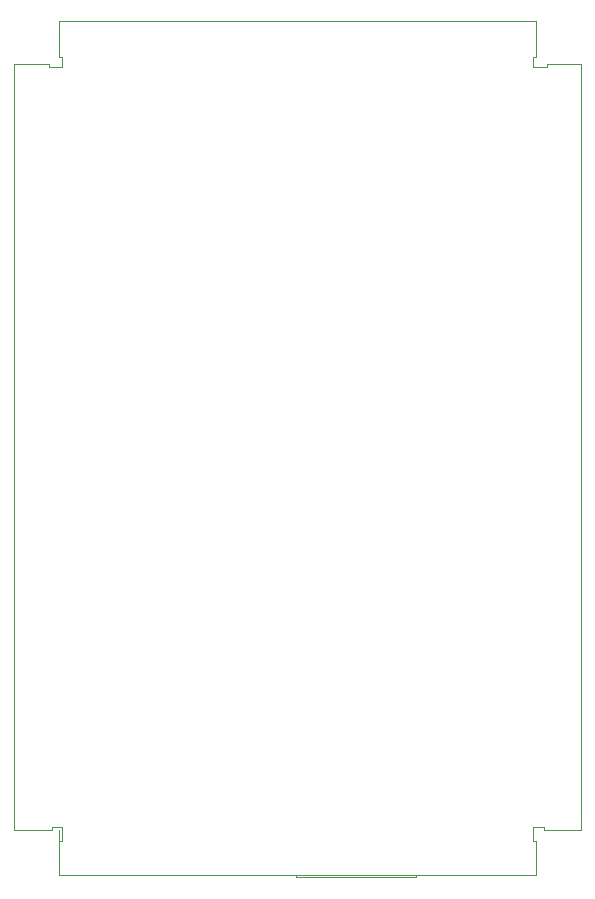
<source format=gbr>
G04 start of page 4 for group 2 idx 2 *
G04 Title: (unknown), outline *
G04 Creator: pcb 20110918 *
G04 CreationDate: Fri Feb 24 18:38:04 2012 UTC *
G04 For: mldelibero *
G04 Format: Gerber/RS-274X *
G04 PCB-Dimensions: 600000 500000 *
G04 PCB-Coordinate-Origin: lower left *
%MOIN*%
%FSLAX25Y25*%
%LNOUTLINE*%
%ADD33C,0.0010*%
G54D33*X257000Y423500D02*X256000D01*
Y420000D01*
X260500D01*
Y421000D01*
X98000Y423500D02*X99000D01*
Y420000D01*
X94500D01*
Y421000D01*
X98000Y435500D02*Y423500D01*
X257000Y435500D02*Y423500D01*
X98000Y435500D02*X257000D01*
X259500Y165700D02*Y166700D01*
X272000Y165700D02*X259500D01*
X260500Y421000D02*X272000D01*
Y165700D01*
X95500D02*Y166700D01*
X99000D01*
Y162200D01*
X98000D01*
X83000Y165700D02*X95500D01*
X98000D02*Y150700D01*
X259500Y166700D02*X256000D01*
Y162200D01*
X257000D01*
Y150700D01*
X217000D02*Y150000D01*
X177000D01*
Y150700D01*
X257000D02*X98000D01*
X83000Y165700D02*Y421000D01*
X94500D02*X83000D01*
M02*

</source>
